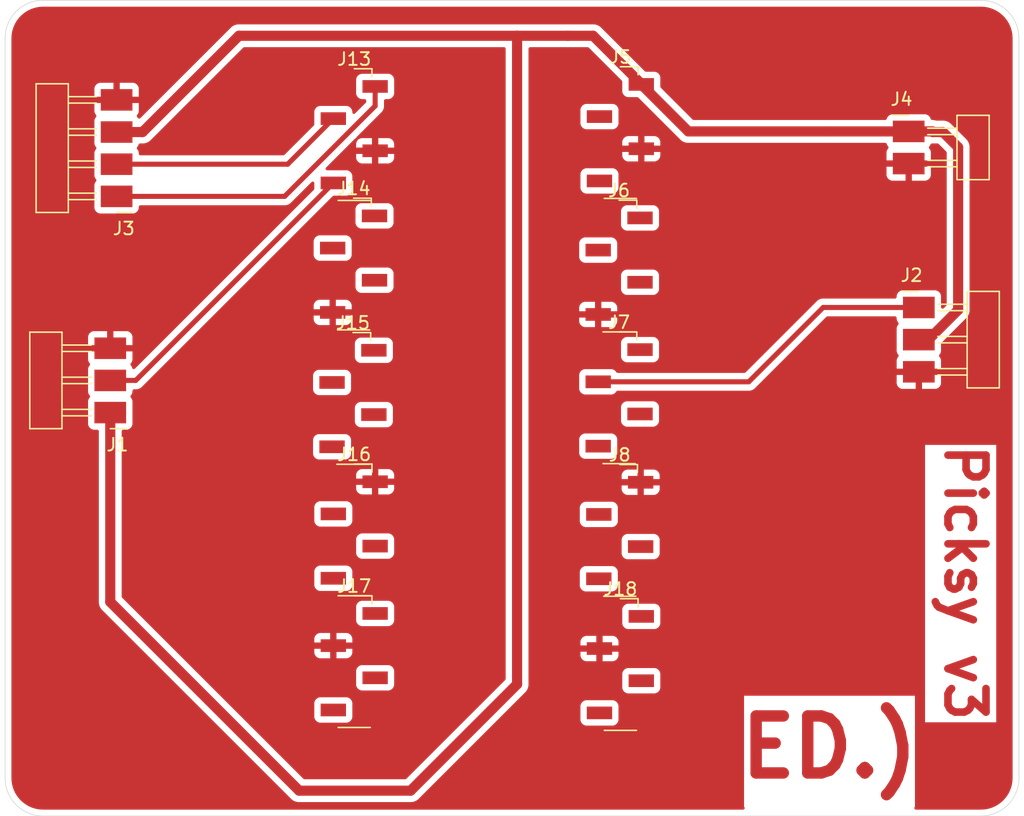
<source format=kicad_pcb>
(kicad_pcb (version 20240108) (generator "pcbnew") (generator_version "8.0")
  (layers (0 "F.Cu" signal) (31 "B.Cu" signal) (34 "B.Paste" user) (35 "F.Paste" user) (36 "B.SilkS" user "B.Silkscreen") (37 "F.SilkS" user "F.Silkscreen") (38 "B.Mask" user) (39 "F.Mask" user) (44 "Edge.Cuts" user))
  (net 0 "")
  (net 1 "GP")
  (net 2 "GND")
  (net 3 "PWR")
  (net 4 "ANALOG")
  (net 5 "SCL")
  (net 6 "SDA")
  (footprint "fab:PinHeader_01x02_P2.54mm_Horizontal_SMD" (layer "F.Cu") (at 187.3 96.35)
    (property "Reference" "J4" (at -1.524 -2.54 180) (layer "F.SilkS") (effects (justify left)))
    (property "Value" "PWR")
    (fp_line (start -1.27 -1.27) (end 0 -1.27) (stroke (width 0.12)) (layer "F.SilkS"))
    (fp_line (start 3.81 -1.27) (end 6.35 -1.27) (stroke (width 0.12)) (layer "F.SilkS"))
    (fp_line (start 3.81 -0.254) (end 1.5 -0.254) (stroke (width 0.12)) (layer "F.SilkS"))
    (fp_line (start 3.81 0.254) (end 1.5 0.254) (stroke (width 0.12)) (layer "F.SilkS"))
    (fp_line (start 3.81 2.286) (end 1.5 2.286) (stroke (width 0.12)) (layer "F.SilkS"))
    (fp_line (start 3.81 2.794) (end 1.5 2.794) (stroke (width 0.12)) (layer "F.SilkS"))
    (fp_line (start 3.81 3.81) (end 3.81 -1.27) (stroke (width 0.12)) (layer "F.SilkS"))
    (fp_line (start 6.35 -1.27) (end 6.35 3.81) (stroke (width 0.12)) (layer "F.SilkS"))
    (fp_line (start 6.35 3.81) (end 3.81 3.81) (stroke (width 0.12)) (layer "F.SilkS"))
    (pad "1" smd rect (at 0 0) (size 2.5 1.7) (layers "F.Cu" "F.Paste" "F.Mask") (net 3 "PWR"))
    (pad "2" smd rect (at 0 2.54) (size 2.5 1.7) (layers "F.Cu" "F.Paste" "F.Mask") (net 2 "GND"))
  )
  (footprint "fab:PinSocket_01x04_P2.54mm_Vertical_SMD" (layer "F.Cu") (at 164.5 127.86)
    (property "Reference" "J8" (at 0 -5.969 180) (layer "F.SilkS"))
    (property "Value" "PinSocket_01x04_P2.54mm_Vertical_SMD" (hide yes))
    (fp_line (start -1.27 5.19) (end 1.27 5.19) (stroke (width 0.12)) (layer "F.SilkS"))
    (fp_line (start 1.397 -5.207) (end 0 -5.207) (stroke (width 0.12)) (layer "F.SilkS"))
    (fp_line (start 1.397 -4.572) (end 1.397 -5.207) (stroke (width 0.12)) (layer "F.SilkS"))
    (pad "1" smd rect (at 1.65 -3.81) (size 2 1) (layers "F.Cu" "F.Paste" "F.Mask") (net 2 "GND"))
    (pad "2" smd rect (at -1.65 -1.27) (size 2 1) (layers "F.Cu" "F.Paste" "F.Mask"))
    (pad "3" smd rect (at 1.65 1.27) (size 2 1) (layers "F.Cu" "F.Paste" "F.Mask"))
    (pad "4" smd rect (at -1.65 3.81) (size 2 1) (layers "F.Cu" "F.Paste" "F.Mask"))
  )
  (footprint "fab:PinHeader_01x03_P2.54mm_Horizontal_SMD" (layer "F.Cu") (at 124.3 118.55 180)
    (property "Reference" "J1" (at -1.524 -2.54 180) (layer "F.SilkS") (effects (justify right)))
    (property "Value" "Servo")
    (fp_line (start 6.35 6.35) (end 3.81 6.35) (stroke (width 0.12)) (layer "F.SilkS"))
    (fp_line (start 6.35 -1.27) (end 6.35 6.35) (stroke (width 0.12)) (layer "F.SilkS"))
    (fp_line (start 3.81 6.35) (end 3.81 -1.27) (stroke (width 0.12)) (layer "F.SilkS"))
    (fp_line (start 3.81 5.334) (end 1.5 5.334) (stroke (width 0.12)) (layer "F.SilkS"))
    (fp_line (start 3.81 4.826) (end 1.5 4.826) (stroke (width 0.12)) (layer "F.SilkS"))
    (fp_line (start 3.81 2.794) (end 1.5 2.794) (stroke (width 0.12)) (layer "F.SilkS"))
    (fp_line (start 3.81 2.286) (end 1.5 2.286) (stroke (width 0.12)) (layer "F.SilkS"))
    (fp_line (start 3.81 0.254) (end 1.5 0.254) (stroke (width 0.12)) (layer "F.SilkS"))
    (fp_line (start 3.81 -0.254) (end 1.5 -0.254) (stroke (width 0.12)) (layer "F.SilkS"))
    (fp_line (start 3.81 -1.27) (end 6.35 -1.27) (stroke (width 0.12)) (layer "F.SilkS"))
    (fp_line (start -1.27 -1.27) (end 0 -1.27) (stroke (width 0.12)) (layer "F.SilkS"))
    (pad "1" smd rect (at 0 0 180) (size 2.5 1.7) (layers "F.Cu" "F.Paste" "F.Mask") (net 3 "PWR"))
    (pad "2" smd rect (at 0 2.54 180) (size 2.5 1.7) (layers "F.Cu" "F.Paste" "F.Mask") (net 1 "GP"))
    (pad "3" smd rect (at 0 5.08 180) (size 2.5 1.7) (layers "F.Cu" "F.Paste" "F.Mask") (net 2 "GND"))
  )
  (footprint "fab:PinSocket_01x04_P2.54mm_Vertical_SMD" (layer "F.Cu") (at 164.55 96.45)
    (property "Reference" "J5" (at 0 -5.969 180) (layer "F.SilkS"))
    (property "Value" "PinSocket_01x04_P2.54mm_Vertical_SMD" (hide yes))
    (fp_line (start -1.27 5.19) (end 1.27 5.19) (stroke (width 0.12)) (layer "F.SilkS"))
    (fp_line (start 1.397 -5.207) (end 0 -5.207) (stroke (width 0.12)) (layer "F.SilkS"))
    (fp_line (start 1.397 -4.572) (end 1.397 -5.207) (stroke (width 0.12)) (layer "F.SilkS"))
    (pad "1" smd rect (at 1.65 -3.81) (size 2 1) (layers "F.Cu" "F.Paste" "F.Mask") (net 3 "PWR"))
    (pad "2" smd rect (at -1.65 -1.27) (size 2 1) (layers "F.Cu" "F.Paste" "F.Mask"))
    (pad "3" smd rect (at 1.65 1.27) (size 2 1) (layers "F.Cu" "F.Paste" "F.Mask") (net 2 "GND"))
    (pad "4" smd rect (at -1.65 3.81) (size 2 1) (layers "F.Cu" "F.Paste" "F.Mask"))
  )
  (footprint "fab:PinSocket_01x04_P2.54mm_Vertical_SMD" (layer "F.Cu") (at 164.55 138.45)
    (property "Reference" "J18" (at 0 -5.969 180) (layer "F.SilkS"))
    (property "Value" "PinSocket_01x04_P2.54mm_Vertical_SMD" (hide yes))
    (fp_line (start -1.27 5.19) (end 1.27 5.19) (stroke (width 0.12)) (layer "F.SilkS"))
    (fp_line (start 1.397 -5.207) (end 0 -5.207) (stroke (width 0.12)) (layer "F.SilkS"))
    (fp_line (start 1.397 -4.572) (end 1.397 -5.207) (stroke (width 0.12)) (layer "F.SilkS"))
    (pad "1" smd rect (at 1.65 -3.81) (size 2 1) (layers "F.Cu" "F.Paste" "F.Mask"))
    (pad "2" smd rect (at -1.65 -1.27) (size 2 1) (layers "F.Cu" "F.Paste" "F.Mask") (net 2 "GND"))
    (pad "3" smd rect (at 1.65 1.27) (size 2 1) (layers "F.Cu" "F.Paste" "F.Mask"))
    (pad "4" smd rect (at -1.65 3.81) (size 2 1) (layers "F.Cu" "F.Paste" "F.Mask"))
  )
  (footprint "fab:PinSocket_01x04_P2.54mm_Vertical_SMD" (layer "F.Cu") (at 143.55 127.82)
    (property "Reference" "J16" (at 0 -5.969 180) (layer "F.SilkS"))
    (property "Value" "PinSocket_01x04_P2.54mm_Vertical_SMD" (hide yes))
    (fp_line (start -1.27 5.19) (end 1.27 5.19) (stroke (width 0.12)) (layer "F.SilkS"))
    (fp_line (start 1.397 -5.207) (end 0 -5.207) (stroke (width 0.12)) (layer "F.SilkS"))
    (fp_line (start 1.397 -4.572) (end 1.397 -5.207) (stroke (width 0.12)) (layer "F.SilkS"))
    (pad "1" smd rect (at 1.65 -3.81) (size 2 1) (layers "F.Cu" "F.Paste" "F.Mask") (net 2 "GND"))
    (pad "2" smd rect (at -1.65 -1.27) (size 2 1) (layers "F.Cu" "F.Paste" "F.Mask"))
    (pad "3" smd rect (at 1.65 1.27) (size 2 1) (layers "F.Cu" "F.Paste" "F.Mask"))
    (pad "4" smd rect (at -1.65 3.81) (size 2 1) (layers "F.Cu" "F.Paste" "F.Mask"))
  )
  (footprint "fab:PinSocket_01x04_P2.54mm_Vertical_SMD" (layer "F.Cu") (at 143.45 117.44)
    (property "Reference" "J15" (at 0 -5.969 180) (layer "F.SilkS"))
    (property "Value" "PinSocket_01x04_P2.54mm_Vertical_SMD" (hide yes))
    (fp_line (start -1.27 5.19) (end 1.27 5.19) (stroke (width 0.12)) (layer "F.SilkS"))
    (fp_line (start 1.397 -5.207) (end 0 -5.207) (stroke (width 0.12)) (layer "F.SilkS"))
    (fp_line (start 1.397 -4.572) (end 1.397 -5.207) (stroke (width 0.12)) (layer "F.SilkS"))
    (pad "1" smd rect (at 1.65 -3.81) (size 2 1) (layers "F.Cu" "F.Paste" "F.Mask"))
    (pad "2" smd rect (at -1.65 -1.27) (size 2 1) (layers "F.Cu" "F.Paste" "F.Mask"))
    (pad "3" smd rect (at 1.65 1.27) (size 2 1) (layers "F.Cu" "F.Paste" "F.Mask"))
    (pad "4" smd rect (at -1.65 3.81) (size 2 1) (layers "F.Cu" "F.Paste" "F.Mask"))
  )
  (footprint "fab:PinSocket_01x04_P2.54mm_Vertical_SMD" (layer "F.Cu") (at 143.55 96.61)
    (property "Reference" "J13" (at 0 -5.969 180) (layer "F.SilkS"))
    (property "Value" "PinSocket_01x04_P2.54mm_Vertical_SMD" (hide yes))
    (fp_line (start -1.27 5.19) (end 1.27 5.19) (stroke (width 0.12)) (layer "F.SilkS"))
    (fp_line (start 1.397 -5.207) (end 0 -5.207) (stroke (width 0.12)) (layer "F.SilkS"))
    (fp_line (start 1.397 -4.572) (end 1.397 -5.207) (stroke (width 0.12)) (layer "F.SilkS"))
    (pad "1" smd rect (at 1.65 -3.81) (size 2 1) (layers "F.Cu" "F.Paste" "F.Mask") (net 6 "SDA"))
    (pad "2" smd rect (at -1.65 -1.27) (size 2 1) (layers "F.Cu" "F.Paste" "F.Mask") (net 5 "SCL"))
    (pad "3" smd rect (at 1.65 1.27) (size 2 1) (layers "F.Cu" "F.Paste" "F.Mask") (net 2 "GND"))
    (pad "4" smd rect (at -1.65 3.81) (size 2 1) (layers "F.Cu" "F.Paste" "F.Mask") (net 1 "GP"))
  )
  (footprint "fab:PinSocket_01x04_P2.54mm_Vertical_SMD" (layer "F.Cu") (at 164.45 106.99)
    (property "Reference" "J6" (at 0 -5.969 180) (layer "F.SilkS"))
    (property "Value" "PinSocket_01x04_P2.54mm_Vertical_SMD" (hide yes))
    (fp_line (start -1.27 5.19) (end 1.27 5.19) (stroke (width 0.12)) (layer "F.SilkS"))
    (fp_line (start 1.397 -5.207) (end 0 -5.207) (stroke (width 0.12)) (layer "F.SilkS"))
    (fp_line (start 1.397 -4.572) (end 1.397 -5.207) (stroke (width 0.12)) (layer "F.SilkS"))
    (pad "1" smd rect (at 1.65 -3.81) (size 2 1) (layers "F.Cu" "F.Paste" "F.Mask"))
    (pad "2" smd rect (at -1.65 -1.27) (size 2 1) (layers "F.Cu" "F.Paste" "F.Mask"))
    (pad "3" smd rect (at 1.65 1.27) (size 2 1) (layers "F.Cu" "F.Paste" "F.Mask"))
    (pad "4" smd rect (at -1.65 3.81) (size 2 1) (layers "F.Cu" "F.Paste" "F.Mask") (net 2 "GND"))
  )
  (footprint "fab:PinSocket_01x04_P2.54mm_Vertical_SMD" (layer "F.Cu") (at 164.45 117.39)
    (property "Reference" "J7" (at 0 -5.969 180) (layer "F.SilkS"))
    (property "Value" "PinSocket_01x04_P2.54mm_Vertical_SMD" (hide yes))
    (fp_line (start -1.27 5.19) (end 1.27 5.19) (stroke (width 0.12)) (layer "F.SilkS"))
    (fp_line (start 1.397 -5.207) (end 0 -5.207) (stroke (width 0.12)) (layer "F.SilkS"))
    (fp_line (start 1.397 -4.572) (end 1.397 -5.207) (stroke (width 0.12)) (layer "F.SilkS"))
    (pad "1" smd rect (at 1.65 -3.81) (size 2 1) (layers "F.Cu" "F.Paste" "F.Mask"))
    (pad "2" smd rect (at -1.65 -1.27) (size 2 1) (layers "F.Cu" "F.Paste" "F.Mask") (net 4 "ANALOG"))
    (pad "3" smd rect (at 1.65 1.27) (size 2 1) (layers "F.Cu" "F.Paste" "F.Mask"))
    (pad "4" smd rect (at -1.65 3.81) (size 2 1) (layers "F.Cu" "F.Paste" "F.Mask"))
  )
  (footprint "fab:PinHeader_01x04_P2.54mm_Horizontal_SMD" (layer "F.Cu") (at 124.8 101.48 180)
    (property "Reference" "J3" (at -1.524 -2.54 180) (layer "F.SilkS") (effects (justify right)))
    (property "Value" "OLED")
    (fp_line (start 6.35 8.89) (end 3.81 8.89) (stroke (width 0.12)) (layer "F.SilkS"))
    (fp_line (start 6.35 -1.27) (end 6.35 8.89) (stroke (width 0.12)) (layer "F.SilkS"))
    (fp_line (start 3.81 8.89) (end 3.81 -1.27) (stroke (width 0.12)) (layer "F.SilkS"))
    (fp_line (start 3.81 7.874) (end 1.6 7.874) (stroke (width 0.12)) (layer "F.SilkS"))
    (fp_line (start 3.81 7.366) (end 1.6 7.366) (stroke (width 0.12)) (layer "F.SilkS"))
    (fp_line (start 3.81 5.334) (end 1.6 5.334) (stroke (width 0.12)) (layer "F.SilkS"))
    (fp_line (start 3.81 4.826) (end 1.6 4.826) (stroke (width 0.12)) (layer "F.SilkS"))
    (fp_line (start 3.81 2.794) (end 1.6 2.794) (stroke (width 0.12)) (layer "F.SilkS"))
    (fp_line (start 3.81 2.286) (end 1.6 2.286) (stroke (width 0.12)) (layer "F.SilkS"))
    (fp_line (start 3.81 0.254) (end 1.6 0.254) (stroke (width 0.12)) (layer "F.SilkS"))
    (fp_line (start 3.81 -0.254) (end 1.6 -0.254) (stroke (width 0.12)) (layer "F.SilkS"))
    (fp_line (start 3.81 -1.27) (end 6.35 -1.27) (stroke (width 0.12)) (layer "F.SilkS"))
    (fp_line (start -1.27 -1.27) (end 0 -1.27) (stroke (width 0.12)) (layer "F.SilkS"))
    (pad "1" smd rect (at 0 0 180) (size 2.5 1.7) (layers "F.Cu" "F.Paste" "F.Mask") (net 6 "SDA"))
    (pad "2" smd rect (at 0 2.54 180) (size 2.5 1.7) (layers "F.Cu" "F.Paste" "F.Mask") (net 5 "SCL"))
    (pad "3" smd rect (at 0 5.08 180) (size 2.5 1.7) (layers "F.Cu" "F.Paste" "F.Mask") (net 3 "PWR"))
    (pad "4" smd rect (at 0 7.62 180) (size 2.5 1.7) (layers "F.Cu" "F.Paste" "F.Mask") (net 2 "GND"))
  )
  (footprint "fab:PinSocket_01x04_P2.54mm_Vertical_SMD" (layer "F.Cu") (at 143.5 106.83)
    (property "Reference" "J14" (at 0 -5.969 180) (layer "F.SilkS"))
    (property "Value" "PinSocket_01x04_P2.54mm_Vertical_SMD" (hide yes))
    (fp_line (start -1.27 5.19) (end 1.27 5.19) (stroke (width 0.12)) (layer "F.SilkS"))
    (fp_line (start 1.397 -5.207) (end 0 -5.207) (stroke (width 0.12)) (layer "F.SilkS"))
    (fp_line (start 1.397 -4.572) (end 1.397 -5.207) (stroke (width 0.12)) (layer "F.SilkS"))
    (pad "1" smd rect (at 1.65 -3.81) (size 2 1) (layers "F.Cu" "F.Paste" "F.Mask"))
    (pad "2" smd rect (at -1.65 -1.27) (size 2 1) (layers "F.Cu" "F.Paste" "F.Mask"))
    (pad "3" smd rect (at 1.65 1.27) (size 2 1) (layers "F.Cu" "F.Paste" "F.Mask"))
    (pad "4" smd rect (at -1.65 3.81) (size 2 1) (layers "F.Cu" "F.Paste" "F.Mask") (net 2 "GND"))
  )
  (footprint "fab:PinHeader_01x03_P2.54mm_Horizontal_SMD" (layer "F.Cu") (at 188.1 110.25)
    (property "Reference" "J2" (at -1.524 -2.54 180) (layer "F.SilkS") (effects (justify left)))
    (property "Value" "Mic")
    (fp_line (start -1.27 -1.27) (end 0 -1.27) (stroke (width 0.12)) (layer "F.SilkS"))
    (fp_line (start 3.81 -1.27) (end 6.35 -1.27) (stroke (width 0.12)) (layer "F.SilkS"))
    (fp_line (start 3.81 -0.254) (end 1.5 -0.254) (stroke (width 0.12)) (layer "F.SilkS"))
    (fp_line (start 3.81 0.254) (end 1.5 0.254) (stroke (width 0.12)) (layer "F.SilkS"))
    (fp_line (start 3.81 2.286) (end 1.5 2.286) (stroke (width 0.12)) (layer "F.SilkS"))
    (fp_line (start 3.81 2.794) (end 1.5 2.794) (stroke (width 0.12)) (layer "F.SilkS"))
    (fp_line (start 3.81 4.826) (end 1.5 4.826) (stroke (width 0.12)) (layer "F.SilkS"))
    (fp_line (start 3.81 5.334) (end 1.5 5.334) (stroke (width 0.12)) (layer "F.SilkS"))
    (fp_line (start 3.81 6.35) (end 3.81 -1.27) (stroke (width 0.12)) (layer "F.SilkS"))
    (fp_line (start 6.35 -1.27) (end 6.35 6.35) (stroke (width 0.12)) (layer "F.SilkS"))
    (fp_line (start 6.35 6.35) (end 3.81 6.35) (stroke (width 0.12)) (layer "F.SilkS"))
    (pad "1" smd rect (at 0 0) (size 2.5 1.7) (layers "F.Cu" "F.Paste" "F.Mask") (net 4 "ANALOG"))
    (pad "2" smd rect (at 0 2.54) (size 2.5 1.7) (layers "F.Cu" "F.Paste" "F.Mask") (net 3 "PWR"))
    (pad "3" smd rect (at 0 5.08) (size 2.5 1.7) (layers "F.Cu" "F.Paste" "F.Mask") (net 2 "GND"))
  )
  (footprint "fab:PinSocket_01x04_P2.54mm_Vertical_SMD" (layer "F.Cu") (at 143.55 138.22)
    (property "Reference" "J17" (at 0 -5.969 180) (layer "F.SilkS"))
    (property "Value" "PinSocket_01x04_P2.54mm_Vertical_SMD" (hide yes))
    (fp_line (start -1.27 5.19) (end 1.27 5.19) (stroke (width 0.12)) (layer "F.SilkS"))
    (fp_line (start 1.397 -5.207) (end 0 -5.207) (stroke (width 0.12)) (layer "F.SilkS"))
    (fp_line (start 1.397 -4.572) (end 1.397 -5.207) (stroke (width 0.12)) (layer "F.SilkS"))
    (pad "1" smd rect (at 1.65 -3.81) (size 2 1) (layers "F.Cu" "F.Paste" "F.Mask"))
    (pad "2" smd rect (at -1.65 -1.27) (size 2 1) (layers "F.Cu" "F.Paste" "F.Mask") (net 2 "GND"))
    (pad "3" smd rect (at 1.65 1.27) (size 2 1) (layers "F.Cu" "F.Paste" "F.Mask"))
    (pad "4" smd rect (at -1.65 3.81) (size 2 1) (layers "F.Cu" "F.Paste" "F.Mask"))
  )
  (gr_line (start 193 150.4) (end 119 150.4) (stroke (width 0.05)) (layer "Edge.Cuts"))
  (gr_arc (start 116 89) (mid 116.87868 86.87868) (end 119 86) (stroke (width 0.05)) (layer "Edge.Cuts"))
  (gr_line (start 196 89) (end 196 147.4) (stroke (width 0.05)) (layer "Edge.Cuts"))
  (gr_arc (start 119 150.4) (mid 116.87868 149.52132) (end 116 147.4) (stroke (width 0.05)) (layer "Edge.Cuts"))
  (gr_line (start 116 147.4) (end 116 89) (stroke (width 0.05)) (layer "Edge.Cuts"))
  (gr_line (start 119 86) (end 193 86) (stroke (width 0.05)) (layer "Edge.Cuts"))
  (gr_arc (start 193 86) (mid 195.12132 86.87868) (end 196 89) (stroke (width 0.05)) (layer "Edge.Cuts"))
  (gr_arc (start 196 147.4) (mid 195.12132 149.52132) (end 193 150.4) (stroke (width 0.05)) (layer "Edge.Cuts"))
  (gr_text "ED.)" (at 173.6 147.6 0) (layer "F.Cu") (effects (font (size 4.5 4.5) (thickness 0.9) (bold yes)) (justify left bottom)))
  (gr_text "Picksy v3" (at 190 120.8 270) (layer "F.Cu") (effects (font (size 3 3) (thickness 0.6) (bold yes)) (justify left bottom)))
  (segment (start 124.3 116.01) (end 126.31 116.01) (width 0.4) (layer "F.Cu") (net 1))
  (segment (start 126.31 116.01) (end 141.9 100.42) (width 0.4) (layer "F.Cu") (net 1))
  (segment (start 148 148.4) (end 156.4 140) (width 0.8) (layer "F.Cu") (net 3))
  (segment (start 189.2 96.4) (end 189.15 96.35) (width 0.8) (layer "F.Cu") (net 3))
  (segment (start 166.2 92.6) (end 166.2 92.64) (width 0.8) (layer "F.Cu") (net 3))
  (segment (start 189.15 96.35) (end 187.3 96.35) (width 0.8) (layer "F.Cu") (net 3))
  (segment (start 187.3 96.35) (end 180.8 96.35) (width 0.8) (layer "F.Cu") (net 3))
  (segment (start 124.3 133.5) (end 139.2 148.4) (width 0.8) (layer "F.Cu") (net 3))
  (segment (start 139.2 148.4) (end 148 148.4) (width 0.8) (layer "F.Cu") (net 3))
  (segment (start 124.3 118.55) (end 124.3 133.5) (width 0.8) (layer "F.Cu") (net 3))
  (segment (start 188.86 112.79) (end 191.2 110.45) (width 0.8) (layer "F.Cu") (net 3))
  (segment (start 156.4 88.8) (end 160.4 88.8) (width 0.8) (layer "F.Cu") (net 3))
  (segment (start 162.4 88.8) (end 166.2 92.6) (width 0.8) (layer "F.Cu") (net 3))
  (segment (start 160.4 88.8) (end 162.4 88.8) (width 0.8) (layer "F.Cu") (net 3))
  (segment (start 169.91 96.35) (end 166.2 92.64) (width 0.8) (layer "F.Cu") (net 3))
  (segment (start 124.8 96.4) (end 126.85 96.4) (width 0.8) (layer "F.Cu") (net 3))
  (segment (start 190 96.4) (end 189.2 96.4) (width 0.8) (layer "F.Cu") (net 3))
  (segment (start 156.4 140) (end 156.4 88.8) (width 0.8) (layer "F.Cu") (net 3))
  (segment (start 191.2 97.6) (end 190 96.4) (width 0.8) (layer "F.Cu") (net 3))
  (segment (start 126.85 96.4) (end 134.45 88.8) (width 0.8) (layer "F.Cu") (net 3))
  (segment (start 191.2 110.45) (end 191.2 97.6) (width 0.8) (layer "F.Cu") (net 3))
  (segment (start 134.45 88.8) (end 156.4 88.8) (width 0.8) (layer "F.Cu") (net 3))
  (segment (start 180.8 96.35) (end 169.91 96.35) (width 0.8) (layer "F.Cu") (net 3))
  (segment (start 188.1 112.79) (end 188.86 112.79) (width 0.8) (layer "F.Cu") (net 3))
  (segment (start 180.55 110.25) (end 174.68 116.12) (width 0.4) (layer "F.Cu") (net 4))
  (segment (start 188.1 110.25) (end 180.55 110.25) (width 0.4) (layer "F.Cu") (net 4))
  (segment (start 174.68 116.12) (end 162.8 116.12) (width 0.4) (layer "F.Cu") (net 4))
  (segment (start 138.3 98.94) (end 141.9 95.34) (width 0.4) (layer "F.Cu") (net 5))
  (segment (start 124.8 98.94) (end 138.3 98.94) (width 0.4) (layer "F.Cu") (net 5))
  (segment (start 124.8 101.48) (end 138.06 101.48) (width 0.4) (layer "F.Cu") (net 6))
  (segment (start 145.2 94.34) (end 145.2 92.8) (width 0.4) (layer "F.Cu") (net 6))
  (segment (start 138.06 101.48) (end 145.2 94.34) (width 0.4) (layer "F.Cu") (net 6))
  (zone (net 2) (net_name "GND") (layer "F.Cu") (connect_pads (clearance 0.5)) (min_thickness 0.25) (fill yes (thermal_gap 0.5) (thermal_bridge_width 0.5))
    (polygon (pts (xy 116 86.4) (xy 195.2 86.4) (xy 196.4 87.6) (xy 196.4 150) (xy 196 150.4) (xy 115.6 150.4) (xy 115.6 86.8)))
  )
)
</source>
